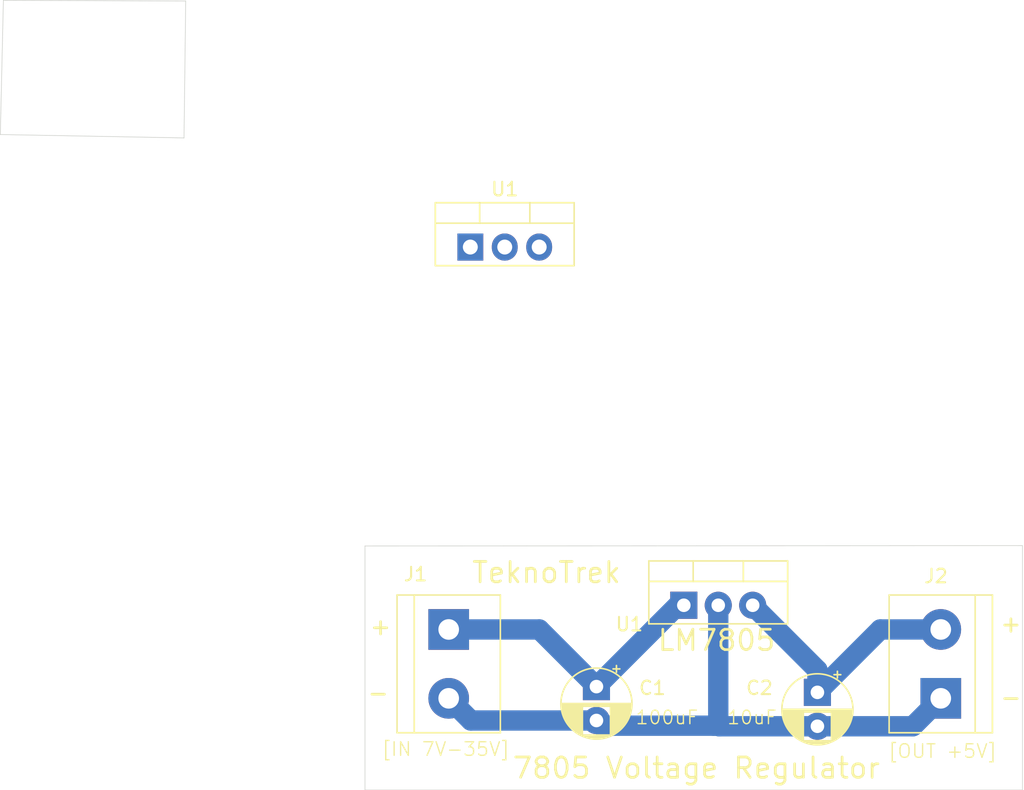
<source format=kicad_pcb>
(kicad_pcb (version 20240108) (generator "pcbnew") (generator_version "8.0")
  (layers (0 "F.Cu" signal) (31 "B.Cu" signal) (34 "B.Paste" user) (35 "F.Paste" user) (36 "B.SilkS" user "B.Silkscreen") (37 "F.SilkS" user "F.Silkscreen") (38 "B.Mask" user) (39 "F.Mask" user) (44 "Edge.Cuts" user))
  (net 0 "")
  (footprint "Package_TO_SOT_THT:TO-220-3_Vertical" (layer "F.Cu") (at 150.445 109.45)
    (property "Reference" "U1" (at -4.02 1.4 0) (layer "F.SilkS"))
    (property "Value" "LM7805")
    (fp_line (start -2.58 -3.27) (end -2.58 1.371) (stroke (width 0.12)) (layer "F.SilkS"))
    (fp_line (start -2.58 -3.27) (end 7.66 -3.27) (stroke (width 0.12)) (layer "F.SilkS"))
    (fp_line (start -2.58 -1.76) (end 7.66 -1.76) (stroke (width 0.12)) (layer "F.SilkS"))
    (fp_line (start -2.58 1.371) (end 7.66 1.371) (stroke (width 0.12)) (layer "F.SilkS"))
    (fp_line (start 0.69 -3.27) (end 0.69 -1.76) (stroke (width 0.12)) (layer "F.SilkS"))
    (fp_line (start 4.391 -3.27) (end 4.391 -1.76) (stroke (width 0.12)) (layer "F.SilkS"))
    (fp_line (start 7.66 -3.27) (end 7.66 1.371) (stroke (width 0.12)) (layer "F.SilkS"))
    (pad "1" thru_hole rect (at 0 0) (size 2 2) (drill 1) (layers "*.Cu" "*.Mask"))
    (pad "2" thru_hole circle (at 2.54 0) (size 2 2) (drill 1) (layers "*.Cu" "*.Mask"))
    (pad "3" thru_hole circle (at 5.08 0) (size 2 2) (drill 1) (layers "*.Cu" "*.Mask"))
  )
  (footprint "TerminalBlock:TerminalBlock_bornier-2_P5.08mm" (layer "F.Cu") (at 133.1 111.235 -90)
    (property "Reference" "J1" (at -4.075 2.44 0) (layer "F.SilkS"))
    (property "Value" "IN 7V-35V")
    (fp_line (start -2.54 3.81) (end 7.62 3.81) (stroke (width 0.12)) (layer "F.SilkS"))
    (fp_line (start 7.62 3.81) (end 7.62 -3.81) (stroke (width 0.12)) (layer "F.SilkS"))
    (fp_line (start 7.62 2.54) (end -2.54 2.54) (stroke (width 0.12)) (layer "F.SilkS"))
    (fp_line (start -2.54 -3.81) (end -2.54 3.81) (stroke (width 0.12)) (layer "F.SilkS"))
    (fp_line (start 7.62 -3.81) (end -2.54 -3.81) (stroke (width 0.12)) (layer "F.SilkS"))
    (pad "1" thru_hole rect (at 0 0 270) (size 3 3) (drill 1.52) (layers "*.Cu" "*.Mask"))
    (pad "2" thru_hole circle (at 5.08 0 270) (size 3 3) (drill 1.52) (layers "*.Cu" "*.Mask"))
  )
  (footprint "Capacitor_THT:CP_Radial_D5.0mm_P2.50mm" (layer "F.Cu") (at 144 115.45 -90)
    (property "Reference" "C1" (at 0.1 -4.125 0) (layer "F.SilkS"))
    (property "Value" "100uF")
    (fp_line (start 1.49 1.04) (end 1.49 2.569) (stroke (width 0.12)) (layer "F.SilkS"))
    (fp_line (start 1.53 1.04) (end 1.53 2.565) (stroke (width 0.12)) (layer "F.SilkS"))
    (fp_line (start 1.57 1.04) (end 1.57 2.561) (stroke (width 0.12)) (layer "F.SilkS"))
    (fp_line (start 1.61 1.04) (end 1.61 2.556) (stroke (width 0.12)) (layer "F.SilkS"))
    (fp_line (start 1.65 1.04) (end 1.65 2.55) (stroke (width 0.12)) (layer "F.SilkS"))
    (fp_line (start 1.69 1.04) (end 1.69 2.543) (stroke (width 0.12)) (layer "F.SilkS"))
    (fp_line (start 1.73 1.04) (end 1.73 2.536) (stroke (width 0.12)) (layer "F.SilkS"))
    (fp_line (start 1.77 1.04) (end 1.77 2.528) (stroke (width 0.12)) (layer "F.SilkS"))
    (fp_line (start 1.81 1.04) (end 1.81 2.52) (stroke (width 0.12)) (layer "F.SilkS"))
    (fp_line (start 1.85 1.04) (end 1.85 2.511) (stroke (width 0.12)) (layer "F.SilkS"))
    (fp_line (start 1.89 1.04) (end 1.89 2.501) (stroke (width 0.12)) (layer "F.SilkS"))
    (fp_line (start 1.93 1.04) (end 1.93 2.491) (stroke (width 0.12)) (layer "F.SilkS"))
    (fp_line (start 1.971 1.04) (end 1.971 2.48) (stroke (width 0.12)) (layer "F.SilkS"))
    (fp_line (start 2.011 1.04) (end 2.011 2.468) (stroke (width 0.12)) (layer "F.SilkS"))
    (fp_line (start 2.051 1.04) (end 2.051 2.455) (stroke (width 0.12)) (layer "F.SilkS"))
    (fp_line (start 2.091 1.04) (end 2.091 2.442) (stroke (width 0.12)) (layer "F.SilkS"))
    (fp_line (start 2.131 1.04) (end 2.131 2.428) (stroke (width 0.12)) (layer "F.SilkS"))
    (fp_line (start 2.171 1.04) (end 2.171 2.414) (stroke (width 0.12)) (layer "F.SilkS"))
    (fp_line (start 2.211 1.04) (end 2.211 2.398) (stroke (width 0.12)) (layer "F.SilkS"))
    (fp_line (start 2.251 1.04) (end 2.251 2.382) (stroke (width 0.12)) (layer "F.SilkS"))
    (fp_line (start 2.291 1.04) (end 2.291 2.365) (stroke (width 0.12)) (layer "F.SilkS"))
    (fp_line (start 2.331 1.04) (end 2.331 2.348) (stroke (width 0.12)) (layer "F.SilkS"))
    (fp_line (start 2.371 1.04) (end 2.371 2.329) (stroke (width 0.12)) (layer "F.SilkS"))
    (fp_line (start 2.411 1.04) (end 2.411 2.31) (stroke (width 0.12)) (layer "F.SilkS"))
    (fp_line (start 2.451 1.04) (end 2.451 2.29) (stroke (width 0.12)) (layer "F.SilkS"))
    (fp_line (start 2.491 1.04) (end 2.491 2.268) (stroke (width 0.12)) (layer "F.SilkS"))
    (fp_line (start 2.531 1.04) (end 2.531 2.247) (stroke (width 0.12)) (layer "F.SilkS"))
    (fp_line (start 2.571 1.04) (end 2.571 2.224) (stroke (width 0.12)) (layer "F.SilkS"))
    (fp_line (start 2.611 1.04) (end 2.611 2.2) (stroke (width 0.12)) (layer "F.SilkS"))
    (fp_line (start 2.651 1.04) (end 2.651 2.175) (stroke (width 0.12)) (layer "F.SilkS"))
    (fp_line (start 2.691 1.04) (end 2.691 2.149) (stroke (width 0.12)) (layer "F.SilkS"))
    (fp_line (start 2.731 1.04) (end 2.731 2.122) (stroke (width 0.12)) (layer "F.SilkS"))
    (fp_line (start 2.771 1.04) (end 2.771 2.095) (stroke (width 0.12)) (layer "F.SilkS"))
    (fp_line (start 2.811 1.04) (end 2.811 2.065) (stroke (width 0.12)) (layer "F.SilkS"))
    (fp_line (start 2.851 1.04) (end 2.851 2.035) (stroke (width 0.12)) (layer "F.SilkS"))
    (fp_line (start 2.891 1.04) (end 2.891 2.004) (stroke (width 0.12)) (layer "F.SilkS"))
    (fp_line (start 2.931 1.04) (end 2.931 1.971) (stroke (width 0.12)) (layer "F.SilkS"))
    (fp_line (start 2.971 1.04) (end 2.971 1.937) (stroke (width 0.12)) (layer "F.SilkS"))
    (fp_line (start 3.011 1.04) (end 3.011 1.901) (stroke (width 0.12)) (layer "F.SilkS"))
    (fp_line (start 3.051 1.04) (end 3.051 1.864) (stroke (width 0.12)) (layer "F.SilkS"))
    (fp_line (start 3.091 1.04) (end 3.091 1.826) (stroke (width 0.12)) (layer "F.SilkS"))
    (fp_line (start 3.131 1.04) (end 3.131 1.785) (stroke (width 0.12)) (layer "F.SilkS"))
    (fp_line (start 3.171 1.04) (end 3.171 1.743) (stroke (width 0.12)) (layer "F.SilkS"))
    (fp_line (start 3.211 1.04) (end 3.211 1.699) (stroke (width 0.12)) (layer "F.SilkS"))
    (fp_line (start 3.251 1.04) (end 3.251 1.653) (stroke (width 0.12)) (layer "F.SilkS"))
    (fp_line (start 3.291 1.04) (end 3.291 1.605) (stroke (width 0.12)) (layer "F.SilkS"))
    (fp_line (start 3.331 1.04) (end 3.331 1.554) (stroke (width 0.12)) (layer "F.SilkS"))
    (fp_line (start 3.371 1.04) (end 3.371 1.5) (stroke (width 0.12)) (layer "F.SilkS"))
    (fp_line (start 3.411 1.04) (end 3.411 1.443) (stroke (width 0.12)) (layer "F.SilkS"))
    (fp_line (start 3.451 1.04) (end 3.451 1.383) (stroke (width 0.12)) (layer "F.SilkS"))
    (fp_line (start 3.491 1.04) (end 3.491 1.319) (stroke (width 0.12)) (layer "F.SilkS"))
    (fp_line (start 3.531 1.04) (end 3.531 1.251) (stroke (width 0.12)) (layer "F.SilkS"))
    (fp_line (start 3.851 -0.284) (end 3.851 0.284) (stroke (width 0.12)) (layer "F.SilkS"))
    (fp_line (start 3.811 -0.518) (end 3.811 0.518) (stroke (width 0.12)) (layer "F.SilkS"))
    (fp_line (start 3.771 -0.677) (end 3.771 0.677) (stroke (width 0.12)) (layer "F.SilkS"))
    (fp_line (start 3.731 -0.805) (end 3.731 0.805) (stroke (width 0.12)) (layer "F.SilkS"))
    (fp_line (start 3.691 -0.915) (end 3.691 0.915) (stroke (width 0.12)) (layer "F.SilkS"))
    (fp_line (start 3.651 -1.011) (end 3.651 1.011) (stroke (width 0.12)) (layer "F.SilkS"))
    (fp_line (start 3.611 -1.098) (end 3.611 1.098) (stroke (width 0.12)) (layer "F.SilkS"))
    (fp_line (start 3.571 -1.178) (end 3.571 1.178) (stroke (width 0.12)) (layer "F.SilkS"))
    (fp_line (start 3.531 -1.251) (end 3.531 -1.04) (stroke (width 0.12)) (layer "F.SilkS"))
    (fp_line (start 3.491 -1.319) (end 3.491 -1.04) (stroke (width 0.12)) (layer "F.SilkS"))
    (fp_line (start 3.451 -1.383) (end 3.451 -1.04) (stroke (width 0.12)) (layer "F.SilkS"))
    (fp_line (start 3.411 -1.443) (end 3.411 -1.04) (stroke (width 0.12)) (layer "F.SilkS"))
    (fp_line (start -1.554775 -1.475) (end -1.054775 -1.475) (stroke (width 0.12)) (layer "F.SilkS"))
    (fp_line (start 3.371 -1.5) (end 3.371 -1.04) (stroke (width 0.12)) (layer "F.SilkS"))
    (fp_line (start 3.331 -1.554) (end 3.331 -1.04) (stroke (width 0.12)) (layer "F.SilkS"))
    (fp_line (start 3.291 -1.605) (end 3.291 -1.04) (stroke (width 0.12)) (layer "F.SilkS"))
    (fp_line (start 3.251 -1.653) (end 3.251 -1.04) (stroke (width 0.12)) (layer "F.SilkS"))
    (fp_line (start 3.211 -1.699) (end 3.211 -1.04) (stroke (width 0.12)) (layer "F.SilkS"))
    (fp_line (start -1.304775 -1.725) (end -1.304775 -1.225) (stroke (width 0.12)) (layer "F.SilkS"))
    (fp_line (start 3.171 -1.743) (end 3.171 -1.04) (stroke (width 0.12)) (layer "F.SilkS"))
    (fp_line (start 3.131 -1.785) (end 3.131 -1.04) (stroke (width 0.12)) (layer "F.SilkS"))
    (fp_line (start 3.091 -1.826) (end 3.091 -1.04) (stroke (width 0.12)) (layer "F.SilkS"))
    (fp_line (start 3.051 -1.864) (end 3.051 -1.04) (stroke (width 0.12)) (layer "F.SilkS"))
    (fp_line (start 3.011 -1.901) (end 3.011 -1.04) (stroke (width 0.12)) (layer "F.SilkS"))
    (fp_line (start 2.971 -1.937) (end 2.971 -1.04) (stroke (width 0.12)) (layer "F.SilkS"))
    (fp_line (start 2.931 -1.971) (end 2.931 -1.04) (stroke (width 0.12)) (layer "F.SilkS"))
    (fp_line (start 2.891 -2.004) (end 2.891 -1.04) (stroke (width 0.12)) (layer "F.SilkS"))
    (fp_line (start 2.851 -2.035) (end 2.851 -1.04) (stroke (width 0.12)) (layer "F.SilkS"))
    (fp_line (start 2.811 -2.065) (end 2.811 -1.04) (stroke (width 0.12)) (layer "F.SilkS"))
    (fp_line (start 2.771 -2.095) (end 2.771 -1.04) (stroke (width 0.12)) (layer "F.SilkS"))
    (fp_line (start 2.731 -2.122) (end 2.731 -1.04) (stroke (width 0.12)) (layer "F.SilkS"))
    (fp_line (start 2.691 -2.149) (end 2.691 -1.04) (stroke (width 0.12)) (layer "F.SilkS"))
    (fp_line (start 2.651 -2.175) (end 2.651 -1.04) (stroke (width 0.12)) (layer "F.SilkS"))
    (fp_line (start 2.611 -2.2) (end 2.611 -1.04) (stroke (width 0.12)) (layer "F.SilkS"))
    (fp_line (start 2.571 -2.224) (end 2.571 -1.04) (stroke (width 0.12)) (layer "F.SilkS"))
    (fp_line (start 2.531 -2.247) (end 2.531 -1.04) (stroke (width 0.12)) (layer "F.SilkS"))
    (fp_line (start 2.491 -2.268) (end 2.491 -1.04) (stroke (width 0.12)) (layer "F.SilkS"))
    (fp_line (start 2.451 -2.29) (end 2.451 -1.04) (stroke (width 0.12)) (layer "F.SilkS"))
    (fp_line (start 2.411 -2.31) (end 2.411 -1.04) (stroke (width 0.12)) (layer "F.SilkS"))
    (fp_line (start 2.371 -2.329) (end 2.371 -1.04) (stroke (width 0.12)) (layer "F.SilkS"))
    (fp_line (start 2.331 -2.348) (end 2.331 -1.04) (stroke (width 0.12)) (layer "F.SilkS"))
    (fp_line (start 2.291 -2.365) (end 2.291 -1.04) (stroke (width 0.12)) (layer "F.SilkS"))
    (fp_line (start 2.251 -2.382) (end 2.251 -1.04) (stroke (width 0.12)) (layer "F.SilkS"))
    (fp_line (start 2.211 -2.398) (end 2.211 -1.04) (stroke (width 0.12)) (layer "F.SilkS"))
    (fp_line (start 2.171 -2.414) (end 2.171 -1.04) (stroke (width 0.12)) (layer "F.SilkS"))
    (fp_line (start 2.131 -2.428) (end 2.131 -1.04) (stroke (width 0.12)) (layer "F.SilkS"))
    (fp_line (start 2.091 -2.442) (end 2.091 -1.04) (stroke (width 0.12)) (layer "F.SilkS"))
    (fp_line (start 2.051 -2.455) (end 2.051 -1.04) (stroke (width 0.12)) (layer "F.SilkS"))
    (fp_line (start 2.011 -2.468) (end 2.011 -1.04) (stroke (width 0.12)) (layer "F.SilkS"))
    (fp_line (start 1.971 -2.48) (end 1.971 -1.04) (stroke (width 0.12)) (layer "F.SilkS"))
    (fp_line (start 1.93 -2.491) (end 1.93 -1.04) (stroke (width 0.12)) (layer "F.SilkS"))
    (fp_line (start 1.89 -2.501) (end 1.89 -1.04) (stroke (width 0.12)) (layer "F.SilkS"))
    (fp_line (start 1.85 -2.511) (end 1.85 -1.04) (stroke (width 0.12)) (layer "F.SilkS"))
    (fp_line (start 1.81 -2.52) (end 1.81 -1.04) (stroke (width 0.12)) (layer "F.SilkS"))
    (fp_line (start 1.77 -2.528) (end 1.77 -1.04) (stroke (width 0.12)) (layer "F.SilkS"))
    (fp_line (start 1.73 -2.536) (end 1.73 -1.04) (stroke (width 0.12)) (layer "F.SilkS"))
    (fp_line (start 1.69 -2.543) (end 1.69 -1.04) (stroke (width 0.12)) (layer "F.SilkS"))
    (fp_line (start 1.65 -2.55) (end 1.65 -1.04) (stroke (width 0.12)) (layer "F.SilkS"))
    (fp_line (start 1.61 -2.556) (end 1.61 -1.04) (stroke (width 0.12)) (layer "F.SilkS"))
    (fp_line (start 1.57 -2.561) (end 1.57 -1.04) (stroke (width 0.12)) (layer "F.SilkS"))
    (fp_line (start 1.53 -2.565) (end 1.53 -1.04) (stroke (width 0.12)) (layer "F.SilkS"))
    (fp_line (start 1.49 -2.569) (end 1.49 -1.04) (stroke (width 0.12)) (layer "F.SilkS"))
    (fp_line (start 1.45 -2.573) (end 1.45 2.573) (stroke (width 0.12)) (layer "F.SilkS"))
    (fp_line (start 1.41 -2.576) (end 1.41 2.576) (stroke (width 0.12)) (layer "F.SilkS"))
    (fp_line (start 1.37 -2.578) (end 1.37 2.578) (stroke (width 0.12)) (layer "F.SilkS"))
    (fp_line (start 1.33 -2.579) (end 1.33 2.579) (stroke (width 0.12)) (layer "F.SilkS"))
    (fp_line (start 1.25 -2.58) (end 1.25 2.58) (stroke (width 0.12)) (layer "F.SilkS"))
    (fp_line (start 1.29 -2.58) (end 1.29 2.58) (stroke (width 0.12)) (layer "F.SilkS"))
    (fp_circle (center 1.25 0) (end 3.87 0) (stroke (width 0.12)) (fill none) (layer "F.SilkS"))
    (pad "1" thru_hole rect (at 0 0 270) (size 2 2) (drill 1) (layers "*.Cu" "*.Mask"))
    (pad "2" thru_hole circle (at 2.5 0 270) (size 2 2) (drill 1) (layers "*.Cu" "*.Mask"))
  )
  (footprint "Package_TO_SOT_THT:TO-220-3_Vertical" (layer "F.Cu") (at 134.695 83.025)
    (property "Reference" "U1" (at 2.54 -4.27 0) (layer "F.SilkS"))
    (property "Value" "LM7805_TO220")
    (fp_line (start -2.58 -3.27) (end -2.58 1.371) (stroke (width 0.12)) (layer "F.SilkS"))
    (fp_line (start -2.58 -3.27) (end 7.66 -3.27) (stroke (width 0.12)) (layer "F.SilkS"))
    (fp_line (start -2.58 -1.76) (end 7.66 -1.76) (stroke (width 0.12)) (layer "F.SilkS"))
    (fp_line (start -2.58 1.371) (end 7.66 1.371) (stroke (width 0.12)) (layer "F.SilkS"))
    (fp_line (start 0.69 -3.27) (end 0.69 -1.76) (stroke (width 0.12)) (layer "F.SilkS"))
    (fp_line (start 4.391 -3.27) (end 4.391 -1.76) (stroke (width 0.12)) (layer "F.SilkS"))
    (fp_line (start 7.66 -3.27) (end 7.66 1.371) (stroke (width 0.12)) (layer "F.SilkS"))
    (pad "1" thru_hole rect (at 0 0) (size 1.905 2) (drill 1.1) (layers "*.Cu" "*.Mask"))
    (pad "2" thru_hole oval (at 2.54 0) (size 1.905 2) (drill 1.1) (layers "*.Cu" "*.Mask"))
    (pad "3" thru_hole oval (at 5.08 0) (size 1.905 2) (drill 1.1) (layers "*.Cu" "*.Mask"))
  )
  (footprint "Capacitor_THT:CP_Radial_D5.0mm_P2.50mm" (layer "F.Cu") (at 160.3 115.875 -90)
    (property "Reference" "C2" (at -0.325 4.275 0) (layer "F.SilkS"))
    (property "Value" "10uF")
    (fp_line (start 1.49 1.04) (end 1.49 2.569) (stroke (width 0.12)) (layer "F.SilkS"))
    (fp_line (start 1.53 1.04) (end 1.53 2.565) (stroke (width 0.12)) (layer "F.SilkS"))
    (fp_line (start 1.57 1.04) (end 1.57 2.561) (stroke (width 0.12)) (layer "F.SilkS"))
    (fp_line (start 1.61 1.04) (end 1.61 2.556) (stroke (width 0.12)) (layer "F.SilkS"))
    (fp_line (start 1.65 1.04) (end 1.65 2.55) (stroke (width 0.12)) (layer "F.SilkS"))
    (fp_line (start 1.69 1.04) (end 1.69 2.543) (stroke (width 0.12)) (layer "F.SilkS"))
    (fp_line (start 1.73 1.04) (end 1.73 2.536) (stroke (width 0.12)) (layer "F.SilkS"))
    (fp_line (start 1.77 1.04) (end 1.77 2.528) (stroke (width 0.12)) (layer "F.SilkS"))
    (fp_line (start 1.81 1.04) (end 1.81 2.52) (stroke (width 0.12)) (layer "F.SilkS"))
    (fp_line (start 1.85 1.04) (end 1.85 2.511) (stroke (width 0.12)) (layer "F.SilkS"))
    (fp_line (start 1.89 1.04) (end 1.89 2.501) (stroke (width 0.12)) (layer "F.SilkS"))
    (fp_line (start 1.93 1.04) (end 1.93 2.491) (stroke (width 0.12)) (layer "F.SilkS"))
    (fp_line (start 1.971 1.04) (end 1.971 2.48) (stroke (width 0.12)) (layer "F.SilkS"))
    (fp_line (start 2.011 1.04) (end 2.011 2.468) (stroke (width 0.12)) (layer "F.SilkS"))
    (fp_line (start 2.051 1.04) (end 2.051 2.455) (stroke (width 0.12)) (layer "F.SilkS"))
    (fp_line (start 2.091 1.04) (end 2.091 2.442) (stroke (width 0.12)) (layer "F.SilkS"))
    (fp_line (start 2.131 1.04) (end 2.131 2.428) (stroke (width 0.12)) (layer "F.SilkS"))
    (fp_line (start 2.171 1.04) (end 2.171 2.414) (stroke (width 0.12)) (layer "F.SilkS"))
    (fp_line (start 2.211 1.04) (end 2.211 2.398) (stroke (width 0.12)) (layer "F.SilkS"))
    (fp_line (start 2.251 1.04) (end 2.251 2.382) (stroke (width 0.12)) (layer "F.SilkS"))
    (fp_line (start 2.291 1.04) (end 2.291 2.365) (stroke (width 0.12)) (layer "F.SilkS"))
    (fp_line (start 2.331 1.04) (end 2.331 2.348) (stroke (width 0.12)) (layer "F.SilkS"))
    (fp_line (start 2.371 1.04) (end 2.371 2.329) (stroke (width 0.12)) (layer "F.SilkS"))
    (fp_line (start 2.411 1.04) (end 2.411 2.31) (stroke (width 0.12)) (layer "F.SilkS"))
    (fp_line (start 2.451 1.04) (end 2.451 2.29) (stroke (width 0.12)) (layer "F.SilkS"))
    (fp_line (start 2.491 1.04) (end 2.491 2.268) (stroke (width 0.12)) (layer "F.SilkS"))
    (fp_line (start 2.531 1.04) (end 2.531 2.247) (stroke (width 0.12)) (layer "F.SilkS"))
    (fp_line (start 2.571 1.04) (end 2.571 2.224) (stroke (width 0.12)) (layer "F.SilkS"))
    (fp_line (start 2.611 1.04) (end 2.611 2.2) (stroke (width 0.12)) (layer "F.SilkS"))
    (fp_line (start 2.651 1.04) (end 2.651 2.175) (stroke (width 0.12)) (layer "F.SilkS"))
    (fp_line (start 2.691 1.04) (end 2.691 2.149) (stroke (width 0.12)) (layer "F.SilkS"))
    (fp_line (start 2.731 1.04) (end 2.731 2.122) (stroke (width 0.12)) (layer "F.SilkS"))
    (fp_line (start 2.771 1.04) (end 2.771 2.095) (stroke (width 0.12)) (layer "F.SilkS"))
    (fp_line (start 2.811 1.04) (end 2.811 2.065) (stroke (width 0.12)) (layer "F.SilkS"))
    (fp_line (start 2.851 1.04) (end 2.851 2.035) (stroke (width 0.12)) (layer "F.SilkS"))
    (fp_line (start 2.891 1.04) (end 2.891 2.004) (stroke (width 0.12)) (layer "F.SilkS"))
    (fp_line (start 2.931 1.04) (end 2.931 1.971) (stroke (width 0.12)) (layer "F.SilkS"))
    (fp_line (start 2.971 1.04) (end 2.971 1.937) (stroke (width 0.12)) (layer "F.SilkS"))
    (fp_line (start 3.011 1.04) (end 3.011 1.901) (stroke (width 0.12)) (layer "F.SilkS"))
    (fp_line (start 3.051 1.04) (end 3.051 1.864) (stroke (width 0.12)) (layer "F.SilkS"))
    (fp_line (start 3.091 1.04) (end 3.091 1.826) (stroke (width 0.12)) (layer "F.SilkS"))
    (fp_line (start 3.131 1.04) (end 3.131 1.785) (stroke (width 0.12)) (layer "F.SilkS"))
    (fp_line (start 3.171 1.04) (end 3.171 1.743) (stroke (width 0.12)) (layer "F.SilkS"))
    (fp_line (start 3.211 1.04) (end 3.211 1.699) (stroke (width 0.12)) (layer "F.SilkS"))
    (fp_line (start 3.251 1.04) (end 3.251 1.653) (stroke (width 0.12)) (layer "F.SilkS"))
    (fp_line (start 3.291 1.04) (end 3.291 1.605) (stroke (width 0.12)) (layer "F.SilkS"))
    (fp_line (start 3.331 1.04) (end 3.331 1.554) (stroke (width 0.12)) (layer "F.SilkS"))
    (fp_line (start 3.371 1.04) (end 3.371 1.5) (stroke (width 0.12)) (layer "F.SilkS"))
    (fp_line (start 3.411 1.04) (end 3.411 1.443) (stroke (width 0.12)) (layer "F.SilkS"))
    (fp_line (start 3.451 1.04) (end 3.451 1.383) (stroke (width 0.12)) (layer "F.SilkS"))
    (fp_line (start 3.491 1.04) (end 3.491 1.319) (stroke (width 0.12)) (layer "F.SilkS"))
    (fp_line (start 3.531 1.04) (end 3.531 1.251) (stroke (width 0.12)) (layer "F.SilkS"))
    (fp_line (start 3.851 -0.284) (end 3.851 0.284) (stroke (width 0.12)) (layer "F.SilkS"))
    (fp_line (start 3.811 -0.518) (end 3.811 0.518) (stroke (width 0.12)) (layer "F.SilkS"))
    (fp_line (start 3.771 -0.677) (end 3.771 0.677) (stroke (width 0.12)) (layer "F.SilkS"))
    (fp_line (start 3.731 -0.805) (end 3.731 0.805) (stroke (width 0.12)) (layer "F.SilkS"))
    (fp_line (start 3.691 -0.915) (end 3.691 0.915) (stroke (width 0.12)) (layer "F.SilkS"))
    (fp_line (start 3.651 -1.011) (end 3.651 1.011) (stroke (width 0.12)) (layer "F.SilkS"))
    (fp_line (start 3.611 -1.098) (end 3.611 1.098) (stroke (width 0.12)) (layer "F.SilkS"))
    (fp_line (start 3.571 -1.178) (end 3.571 1.178) (stroke (width 0.12)) (layer "F.SilkS"))
    (fp_line (start 3.531 -1.251) (end 3.531 -1.04) (stroke (width 0.12)) (layer "F.SilkS"))
    (fp_line (start 3.491 -1.319) (end 3.491 -1.04) (stroke (width 0.12)) (layer "F.SilkS"))
    (fp_line (start 3.451 -1.383) (end 3.451 -1.04) (stroke (width 0.12)) (layer "F.SilkS"))
    (fp_line (start 3.411 -1.443) (end 3.411 -1.04) (stroke (width 0.12)) (layer "F.SilkS"))
    (fp_line (start -1.554775 -1.475) (end -1.054775 -1.475) (stroke (width 0.12)) (layer "F.SilkS"))
    (fp_line (start 3.371 -1.5) (end 3.371 -1.04) (stroke (width 0.12)) (layer "F.SilkS"))
    (fp_line (start 3.331 -1.554) (end 3.331 -1.04) (stroke (width 0.12)) (layer "F.SilkS"))
    (fp_line (start 3.291 -1.605) (end 3.291 -1.04) (stroke (width 0.12)) (layer "F.SilkS"))
    (fp_line (start 3.251 -1.653) (end 3.251 -1.04) (stroke (width 0.12)) (layer "F.SilkS"))
    (fp_line (start 3.211 -1.699) (end 3.211 -1.04) (stroke (width 0.12)) (layer "F.SilkS"))
    (fp_line (start -1.304775 -1.725) (end -1.304775 -1.225) (stroke (width 0.12)) (layer "F.SilkS"))
    (fp_line (start 3.171 -1.743) (end 3.171 -1.04) (stroke (width 0.12)) (layer "F.SilkS"))
    (fp_line (start 3.131 -1.785) (end 3.131 -1.04) (stroke (width 0.12)) (layer "F.SilkS"))
    (fp_line (start 3.091 -1.826) (end 3.091 -1.04) (stroke (width 0.12)) (layer "F.SilkS"))
    (fp_line (start 3.051 -1.864) (end 3.051 -1.04) (stroke (width 0.12)) (layer "F.SilkS"))
    (fp_line (start 3.011 -1.901) (end 3.011 -1.04) (stroke (width 0.12)) (layer "F.SilkS"))
    (fp_line (start 2.971 -1.937) (end 2.971 -1.04) (stroke (width 0.12)) (layer "F.SilkS"))
    (fp_line (start 2.931 -1.971) (end 2.931 -1.04) (stroke (width 0.12)) (layer "F.SilkS"))
    (fp_line (start 2.891 -2.004) (end 2.891 -1.04) (stroke (width 0.12)) (layer "F.SilkS"))
    (fp_line (start 2.851 -2.035) (end 2.851 -1.04) (stroke (width 0.12)) (layer "F.SilkS"))
    (fp_line (start 2.811 -2.065) (end 2.811 -1.04) (stroke (width 0.12)) (layer "F.SilkS"))
    (fp_line (start 2.771 -2.095) (end 2.771 -1.04) (stroke (width 0.12)) (layer "F.SilkS"))
    (fp_line (start 2.731 -2.122) (end 2.731 -1.04) (stroke (width 0.12)) (layer "F.SilkS"))
    (fp_line (start 2.691 -2.149) (end 2.691 -1.04) (stroke (width 0.12)) (layer "F.SilkS"))
    (fp_line (start 2.651 -2.175) (end 2.651 -1.04) (stroke (width 0.12)) (layer "F.SilkS"))
    (fp_line (start 2.611 -2.2) (end 2.611 -1.04) (stroke (width 0.12)) (layer "F.SilkS"))
    (fp_line (start 2.571 -2.224) (end 2.571 -1.04) (stroke (width 0.12)) (layer "F.SilkS"))
    (fp_line (start 2.531 -2.247) (end 2.531 -1.04) (stroke (width 0.12)) (layer "F.SilkS"))
    (fp_line (start 2.491 -2.268) (end 2.491 -1.04) (stroke (width 0.12)) (layer "F.SilkS"))
    (fp_line (start 2.451 -2.29) (end 2.451 -1.04) (stroke (width 0.12)) (layer "F.SilkS"))
    (fp_line (start 2.411 -2.31) (end 2.411 -1.04) (stroke (width 0.12)) (layer "F.SilkS"))
    (fp_line (start 2.371 -2.329) (end 2.371 -1.04) (stroke (width 0.12)) (layer "F.SilkS"))
    (fp_line (start 2.331 -2.348) (end 2.331 -1.04) (stroke (width 0.12)) (layer "F.SilkS"))
    (fp_line (start 2.291 -2.365) (end 2.291 -1.04) (stroke (width 0.12)) (layer "F.SilkS"))
    (fp_line (start 2.251 -2.382) (end 2.251 -1.04) (stroke (width 0.12)) (layer "F.SilkS"))
    (fp_line (start 2.211 -2.398) (end 2.211 -1.04) (stroke (width 0.12)) (layer "F.SilkS"))
    (fp_line (start 2.171 -2.414) (end 2.171 -1.04) (stroke (width 0.12)) (layer "F.SilkS"))
    (fp_line (start 2.131 -2.428) (end 2.131 -1.04) (stroke (width 0.12)) (layer "F.SilkS"))
    (fp_line (start 2.091 -2.442) (end 2.091 -1.04) (stroke (width 0.12)) (layer "F.SilkS"))
    (fp_line (start 2.051 -2.455) (end 2.051 -1.04) (stroke (width 0.12)) (layer "F.SilkS"))
    (fp_line (start 2.011 -2.468) (end 2.011 -1.04) (stroke (width 0.12)) (layer "F.SilkS"))
    (fp_line (start 1.971 -2.48) (end 1.971 -1.04) (stroke (width 0.12)) (layer "F.SilkS"))
    (fp_line (start 1.93 -2.491) (end 1.93 -1.04) (stroke (width 0.12)) (layer "F.SilkS"))
    (fp_line (start 1.89 -2.501) (end 1.89 -1.04) (stroke (width 0.12)) (layer "F.SilkS"))
    (fp_line (start 1.85 -2.511) (end 1.85 -1.04) (stroke (width 0.12)) (layer "F.SilkS"))
    (fp_line (start 1.81 -2.52) (end 1.81 -1.04) (stroke (width 0.12)) (layer "F.SilkS"))
    (fp_line (start 1.77 -2.528) (end 1.77 -1.04) (stroke (width 0.12)) (layer "F.SilkS"))
    (fp_line (start 1.73 -2.536) (end 1.73 -1.04) (stroke (width 0.12)) (layer "F.SilkS"))
    (fp_line (start 1.69 -2.543) (end 1.69 -1.04) (stroke (width 0.12)) (layer "F.SilkS"))
    (fp_line (start 1.65 -2.55) (end 1.65 -1.04) (stroke (width 0.12)) (layer "F.SilkS"))
    (fp_line (start 1.61 -2.556) (end 1.61 -1.04) (stroke (width 0.12)) (layer "F.SilkS"))
    (fp_line (start 1.57 -2.561) (end 1.57 -1.04) (stroke (width 0.12)) (layer "F.SilkS"))
    (fp_line (start 1.53 -2.565) (end 1.53 -1.04) (stroke (width 0.12)) (layer "F.SilkS"))
    (fp_line (start 1.49 -2.569) (end 1.49 -1.04) (stroke (width 0.12)) (layer "F.SilkS"))
    (fp_line (start 1.45 -2.573) (end 1.45 2.573) (stroke (width 0.12)) (layer "F.SilkS"))
    (fp_line (start 1.41 -2.576) (end 1.41 2.576) (stroke (width 0.12)) (layer "F.SilkS"))
    (fp_line (start 1.37 -2.578) (end 1.37 2.578) (stroke (width 0.12)) (layer "F.SilkS"))
    (fp_line (start 1.33 -2.579) (end 1.33 2.579) (stroke (width 0.12)) (layer "F.SilkS"))
    (fp_line (start 1.25 -2.58) (end 1.25 2.58) (stroke (width 0.12)) (layer "F.SilkS"))
    (fp_line (start 1.29 -2.58) (end 1.29 2.58) (stroke (width 0.12)) (layer "F.SilkS"))
    (fp_circle (center 1.25 0) (end 3.87 0) (stroke (width 0.12)) (fill none) (layer "F.SilkS"))
    (pad "1" thru_hole rect (at 0 0 270) (size 2 2) (drill 1) (layers "*.Cu" "*.Mask"))
    (pad "2" thru_hole circle (at 2.5 0 270) (size 2 2) (drill 1) (layers "*.Cu" "*.Mask"))
  )
  (footprint "TerminalBlock:TerminalBlock_bornier-2_P5.08mm" (layer "F.Cu") (at 169.4 116.315 90)
    (property "Reference" "J2" (at 9.015 -0.35 0) (layer "F.SilkS"))
    (property "Value" "OUT +5V")
    (fp_line (start 7.62 -3.81) (end -2.54 -3.81) (stroke (width 0.12)) (layer "F.SilkS"))
    (fp_line (start -2.54 -3.81) (end -2.54 3.81) (stroke (width 0.12)) (layer "F.SilkS"))
    (fp_line (start 7.62 2.54) (end -2.54 2.54) (stroke (width 0.12)) (layer "F.SilkS"))
    (fp_line (start 7.62 3.81) (end 7.62 -3.81) (stroke (width 0.12)) (layer "F.SilkS"))
    (fp_line (start -2.54 3.81) (end 7.62 3.81) (stroke (width 0.12)) (layer "F.SilkS"))
    (pad "1" thru_hole rect (at 0 0 90) (size 3 3) (drill 1.52) (layers "*.Cu" "*.Mask"))
    (pad "2" thru_hole circle (at 5.08 0 90) (size 3 3) (drill 1.52) (layers "*.Cu" "*.Mask"))
  )
  (gr_line (start 100.25 64.825) (end 113.7 64.875) (stroke (width 0.05)) (layer "Edge.Cuts"))
  (gr_line (start 100.025 74.725) (end 100.25 64.825) (stroke (width 0.05)) (layer "Edge.Cuts"))
  (gr_line (start 113.7 64.875) (end 113.575 74.975) (stroke (width 0.05)) (layer "Edge.Cuts"))
  (gr_line (start 175.425 105.05) (end 175.425006 123.075) (stroke (width 0.05)) (layer "Edge.Cuts"))
  (gr_line (start 126.925 105.075) (end 126.925 123.075) (stroke (width 0.05)) (layer "Edge.Cuts"))
  (gr_line (start 126.925 123.075) (end 175.425006 123.075) (stroke (width 0.05)) (layer "Edge.Cuts"))
  (gr_line (start 126.925 105.075) (end 175.425 105.05) (stroke (width 0.05)) (layer "Edge.Cuts"))
  (gr_line (start 113.575 74.975) (end 100.025 74.725) (stroke (width 0.05)) (layer "Edge.Cuts"))
  (gr_text "100uF" (at 149.2 117.725 0) (layer "F.SilkS") (effects (font (size 1 1) (thickness 0.1))))
  (gr_text "10uF" (at 155.475 117.725 0) (layer "F.SilkS") (effects (font (size 1 1) (thickness 0.1))))
  (gr_text "7805 Voltage Regulator" (at 151.37 121.46 0) (layer "F.SilkS") (effects (font (size 1.5 1.5) (thickness 0.2) (bold yes))))
  (gr_text "-" (at 173.7 116.95 0) (layer "F.SilkS") (effects (font (size 1.2 1.2) (thickness 0.2) (bold yes)) (justify left bottom)))
  (gr_text "LM7805" (at 152.86 112.035 0) (layer "F.SilkS") (effects (font (size 1.5 1.5) (thickness 0.2) (bold yes))))
  (gr_text "TeknoTrek" (at 140.31 107.035 0) (layer "F.SilkS") (effects (font (size 1.5 1.5) (thickness 0.2) (bold yes))))
  (gr_text "+" (at 173.7 111.525 0) (layer "F.SilkS") (effects (font (size 1.2 1.2) (thickness 0.2) (bold yes)) (justify left bottom)))
  (gr_text "[OUT +5V]" (at 169.535 120.21 0) (layer "F.SilkS") (effects (font (size 1 1) (thickness 0.1))))
  (gr_text "[IN 7V-35V]" (at 132.885 120.06 0) (layer "F.SilkS") (effects (font (size 1 1) (thickness 0.1))))
  (gr_text "+" (at 127.2 111.725 0) (layer "F.SilkS") (effects (font (size 1.2 1.2) (thickness 0.2) (bold yes)) (justify left bottom)))
  (gr_text "-" (at 127.025 116.625 0) (layer "F.SilkS") (effects (font (size 1.2 1.2) (thickness 0.2) (bold yes)) (justify left bottom)))
  (segment (start 144 115.45) (end 144.445 115.45) (width 0.2) (layer "F.Cu") (net 0))
  (segment (start 144.485 117.95) (end 144 117.95) (width 0.2) (layer "F.Cu") (net 0))
  (segment (start 152.66 118.335) (end 144.385 118.335) (width 1.5) (layer "B.Cu") (net 0))
  (segment (start 144.385 118.335) (end 144 117.95) (width 1.5) (layer "B.Cu") (net 0))
  (segment (start 160.3 118.375) (end 167.34 118.375) (width 1.5) (layer "B.Cu") (net 0))
  (segment (start 133.1 116.315) (end 134.735 117.95) (width 1.5) (layer "B.Cu") (net 0))
  (segment (start 153.05 118.375) (end 152.835 118.16) (width 1.5) (layer "B.Cu") (net 0))
  (segment (start 152.985 109.45) (end 152.985 118.31) (width 1.5) (layer "B.Cu") (net 0))
  (segment (start 133.1 111.235) (end 139.785 111.235) (width 1.5) (layer "B.Cu") (net 0))
  (segment (start 152.835 118.16) (end 152.66 118.335) (width 1.5) (layer "B.Cu") (net 0))
  (segment (start 150 109.45) (end 144 115.45) (width 1.5) (layer "B.Cu") (net 0))
  (segment (start 134.735 117.95) (end 144 117.95) (width 1.5) (layer "B.Cu") (net 0))
  (segment (start 150.445 109.45) (end 150 109.45) (width 1.5) (layer "B.Cu") (net 0))
  (segment (start 160.3 115.875) (end 160.3 114.225) (width 1.5) (layer "B.Cu") (net 0))
  (segment (start 167.34 118.375) (end 169.4 116.315) (width 1.5) (layer "B.Cu") (net 0))
  (segment (start 160.3 118.375) (end 153.05 118.375) (width 1.5) (layer "B.Cu") (net 0))
  (segment (start 169.4 111.235) (end 164.94 111.235) (width 1.5) (layer "B.Cu") (net 0))
  (segment (start 152.985 118.31) (end 152.835 118.16) (width 1.5) (layer "B.Cu") (net 0))
  (segment (start 160.3 114.225) (end 155.525 109.45) (width 1.5) (layer "B.Cu") (net 0))
  (segment (start 139.785 111.235) (end 144 115.45) (width 1.5) (layer "B.Cu") (net 0))
  (segment (start 164.94 111.235) (end 160.3 115.875) (width 1.5) (layer "B.Cu") (net 0))
)
</source>
